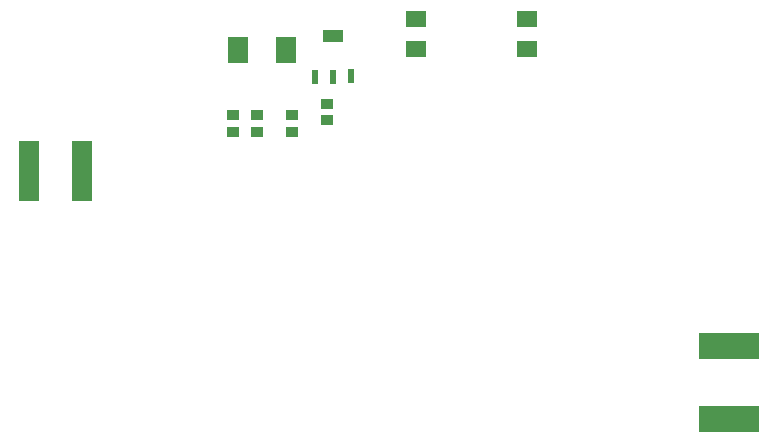
<source format=gtp>
G04*
G04 #@! TF.GenerationSoftware,Altium Limited,Altium Designer,20.0.10 (225)*
G04*
G04 Layer_Color=8421504*
%FSLAX24Y24*%
%MOIN*%
G70*
G01*
G75*
%ADD13R,0.2047X0.0906*%
%ADD14R,0.0669X0.0571*%
%ADD15R,0.0669X0.2008*%
%ADD16R,0.0700X0.0850*%
%ADD17R,0.0217X0.0472*%
%ADD18R,0.0236X0.0472*%
%ADD19R,0.0689X0.0433*%
%ADD20R,0.0394X0.0374*%
D13*
X61024Y24094D02*
D03*
Y21654D02*
D03*
D14*
X54283Y33974D02*
D03*
Y34974D02*
D03*
X50582Y33974D02*
D03*
Y34974D02*
D03*
D15*
X37677Y29921D02*
D03*
X39449D02*
D03*
D16*
X46269Y33958D02*
D03*
X44669D02*
D03*
D17*
X47235Y33061D02*
D03*
X48425Y33071D02*
D03*
D18*
X47825Y33051D02*
D03*
D19*
X47835Y34431D02*
D03*
D20*
X46457Y31220D02*
D03*
Y31772D02*
D03*
X47638Y31614D02*
D03*
Y32165D02*
D03*
X45276Y31220D02*
D03*
Y31772D02*
D03*
X44488Y31220D02*
D03*
Y31772D02*
D03*
M02*

</source>
